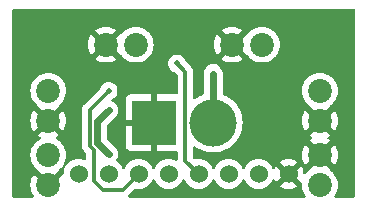
<source format=gbr>
%TF.GenerationSoftware,KiCad,Pcbnew,8.0.4*%
%TF.CreationDate,2024-10-21T10:59:18-07:00*%
%TF.ProjectId,adapter,61646170-7465-4722-9e6b-696361645f70,rev?*%
%TF.SameCoordinates,Original*%
%TF.FileFunction,Copper,L1,Top*%
%TF.FilePolarity,Positive*%
%FSLAX46Y46*%
G04 Gerber Fmt 4.6, Leading zero omitted, Abs format (unit mm)*
G04 Created by KiCad (PCBNEW 8.0.4) date 2024-10-21 10:59:18*
%MOMM*%
%LPD*%
G01*
G04 APERTURE LIST*
%TA.AperFunction,ComponentPad*%
%ADD10C,2.020000*%
%TD*%
%TA.AperFunction,ComponentPad*%
%ADD11R,3.800000X3.800000*%
%TD*%
%TA.AperFunction,ComponentPad*%
%ADD12C,4.000000*%
%TD*%
%TA.AperFunction,ComponentPad*%
%ADD13C,1.524000*%
%TD*%
%TA.AperFunction,ViaPad*%
%ADD14C,0.500000*%
%TD*%
%TA.AperFunction,Conductor*%
%ADD15C,0.300000*%
%TD*%
%TA.AperFunction,Conductor*%
%ADD16C,0.600000*%
%TD*%
G04 APERTURE END LIST*
D10*
%TO.P,J5,1*%
%TO.N,Data3*%
X84900000Y-81150000D03*
%TO.P,J5,2*%
%TO.N,GND*%
X82360000Y-81150000D03*
%TD*%
%TO.P,J3,1*%
%TO.N,Data1*%
X77500000Y-85050000D03*
%TO.P,J3,2*%
%TO.N,GND*%
X77500000Y-87590000D03*
%TD*%
%TO.P,J7,1*%
%TO.N,Data5*%
X100500000Y-93040000D03*
%TO.P,J7,2*%
%TO.N,GND*%
X100500000Y-90500000D03*
%TD*%
D11*
%TO.P,J8,1,1*%
%TO.N,GND*%
X86450000Y-87750000D03*
D12*
%TO.P,J8,2,2*%
%TO.N,+3.3V*%
X91450000Y-87750000D03*
%TD*%
D10*
%TO.P,J6,1*%
%TO.N,Data4*%
X100500000Y-85060000D03*
%TO.P,J6,2*%
%TO.N,GND*%
X100500000Y-87600000D03*
%TD*%
D13*
%TO.P,J1,1,1*%
%TO.N,+3.3V*%
X80060000Y-92100000D03*
%TO.P,J1,2,2*%
%TO.N,Data0*%
X82600000Y-92100000D03*
%TO.P,J1,3,3*%
%TO.N,Data1*%
X85140000Y-92100000D03*
%TO.P,J1,4,4*%
%TO.N,Data2*%
X87680000Y-92100000D03*
%TO.P,J1,5,5*%
%TO.N,Data3*%
X90220000Y-92100000D03*
%TO.P,J1,6,6*%
%TO.N,Data4*%
X92760000Y-92100000D03*
%TO.P,J1,7,7*%
%TO.N,Data5*%
X95300000Y-92100000D03*
%TO.P,J1,8,8*%
%TO.N,GND*%
X97840000Y-92100000D03*
%TD*%
D10*
%TO.P,J4,1*%
%TO.N,Data2*%
X95590000Y-81150000D03*
%TO.P,J4,2*%
%TO.N,GND*%
X93050000Y-81150000D03*
%TD*%
%TO.P,J2,1*%
%TO.N,Data0*%
X77500000Y-90500000D03*
%TO.P,J2,2*%
%TO.N,GND*%
X77500000Y-93040000D03*
%TD*%
D14*
%TO.N,Data1*%
X82600000Y-85050000D03*
%TO.N,Data3*%
X88400000Y-82750000D03*
%TO.N,+3.3V*%
X82600000Y-90400000D03*
X82600000Y-86700000D03*
X91450000Y-83600000D03*
%TD*%
D15*
%TO.N,Data1*%
X81000000Y-86650000D02*
X81000000Y-89719239D01*
X81350000Y-92700000D02*
X82100000Y-93450000D01*
X82100000Y-93450000D02*
X83790000Y-93450000D01*
X81350000Y-90069239D02*
X81350000Y-92700000D01*
X83790000Y-93450000D02*
X85140000Y-92100000D01*
X81000000Y-89719239D02*
X81350000Y-90069239D01*
X82600000Y-85050000D02*
X81000000Y-86650000D01*
%TO.N,Data3*%
X88400000Y-82750000D02*
X89100000Y-83450000D01*
X89100000Y-83450000D02*
X89100000Y-90980000D01*
X89100000Y-90980000D02*
X90220000Y-92100000D01*
D16*
%TO.N,+3.3V*%
X81650000Y-89450000D02*
X82600000Y-90400000D01*
X91450000Y-83600000D02*
X91450000Y-87750000D01*
X82600000Y-86700000D02*
X81650000Y-87650000D01*
X81650000Y-87650000D02*
X81650000Y-89450000D01*
%TD*%
%TA.AperFunction,Conductor*%
%TO.N,GND*%
G36*
X103392539Y-78120185D02*
G01*
X103438294Y-78172989D01*
X103449500Y-78224500D01*
X103449500Y-93975500D01*
X103429815Y-94042539D01*
X103377011Y-94088294D01*
X103325500Y-94099500D01*
X101843712Y-94099500D01*
X101776673Y-94079815D01*
X101730918Y-94027011D01*
X101720974Y-93957853D01*
X101737985Y-93910710D01*
X101850027Y-93727873D01*
X101850123Y-93727641D01*
X101941013Y-93508214D01*
X101996517Y-93277025D01*
X102015171Y-93040000D01*
X101996517Y-92802975D01*
X101941013Y-92571786D01*
X101850126Y-92352366D01*
X101850027Y-92352126D01*
X101725800Y-92149407D01*
X101725797Y-92149402D01*
X101646023Y-92055999D01*
X101571388Y-91968612D01*
X101495212Y-91903552D01*
X101421537Y-91840627D01*
X101383344Y-91782120D01*
X101378998Y-91732551D01*
X100637575Y-90991127D01*
X100696853Y-90975245D01*
X100813147Y-90908102D01*
X100908102Y-90813147D01*
X100975245Y-90696853D01*
X100991128Y-90637575D01*
X101732406Y-91378853D01*
X101849580Y-91187644D01*
X101849582Y-91187641D01*
X101940537Y-90968055D01*
X101996021Y-90736943D01*
X102014668Y-90500000D01*
X101996021Y-90263056D01*
X101940537Y-90031944D01*
X101849582Y-89812358D01*
X101849580Y-89812355D01*
X101732406Y-89621145D01*
X100991127Y-90362423D01*
X100975245Y-90303147D01*
X100908102Y-90186853D01*
X100813147Y-90091898D01*
X100696853Y-90024755D01*
X100637574Y-90008871D01*
X101378853Y-89267592D01*
X101196305Y-89155726D01*
X101149430Y-89103914D01*
X101138007Y-89034985D01*
X101165664Y-88970822D01*
X101196305Y-88944271D01*
X101378852Y-88832405D01*
X100637575Y-88091127D01*
X100696853Y-88075245D01*
X100813147Y-88008102D01*
X100908102Y-87913147D01*
X100975245Y-87796853D01*
X100991128Y-87737575D01*
X101732406Y-88478853D01*
X101849580Y-88287644D01*
X101849582Y-88287641D01*
X101940537Y-88068055D01*
X101996021Y-87836943D01*
X102014668Y-87600000D01*
X101996021Y-87363056D01*
X101940537Y-87131944D01*
X101849582Y-86912358D01*
X101849580Y-86912355D01*
X101732406Y-86721145D01*
X100991127Y-87462423D01*
X100975245Y-87403147D01*
X100908102Y-87286853D01*
X100813147Y-87191898D01*
X100696853Y-87124755D01*
X100637574Y-87108871D01*
X101379075Y-86367370D01*
X101390596Y-86299349D01*
X101421534Y-86259373D01*
X101571388Y-86131388D01*
X101725799Y-85950595D01*
X101850027Y-85747873D01*
X101941013Y-85528214D01*
X101996517Y-85297025D01*
X102015171Y-85060000D01*
X101996517Y-84822975D01*
X101941013Y-84591786D01*
X101850027Y-84372127D01*
X101850027Y-84372126D01*
X101725800Y-84169407D01*
X101725797Y-84169402D01*
X101670226Y-84104337D01*
X101571388Y-83988612D01*
X101472548Y-83904195D01*
X101390597Y-83834202D01*
X101390592Y-83834199D01*
X101187873Y-83709972D01*
X100968216Y-83618988D01*
X100968214Y-83618987D01*
X100737025Y-83563483D01*
X100737023Y-83563482D01*
X100737020Y-83563482D01*
X100500000Y-83544829D01*
X100262979Y-83563482D01*
X100262975Y-83563483D01*
X100031786Y-83618987D01*
X100031784Y-83618987D01*
X100031783Y-83618988D01*
X99812126Y-83709972D01*
X99609407Y-83834199D01*
X99609402Y-83834202D01*
X99428612Y-83988612D01*
X99274202Y-84169402D01*
X99274199Y-84169407D01*
X99149972Y-84372126D01*
X99058988Y-84591783D01*
X99003482Y-84822979D01*
X98984829Y-85060000D01*
X99003482Y-85297020D01*
X99003482Y-85297023D01*
X99003483Y-85297025D01*
X99058987Y-85528214D01*
X99058988Y-85528216D01*
X99149972Y-85747873D01*
X99274199Y-85950592D01*
X99274202Y-85950597D01*
X99308370Y-85990602D01*
X99428612Y-86131388D01*
X99496895Y-86189707D01*
X99578461Y-86259371D01*
X99616654Y-86317878D01*
X99621000Y-86367447D01*
X100362425Y-87108871D01*
X100303147Y-87124755D01*
X100186853Y-87191898D01*
X100091898Y-87286853D01*
X100024755Y-87403147D01*
X100008871Y-87462424D01*
X99267592Y-86721145D01*
X99150419Y-86912357D01*
X99150414Y-86912366D01*
X99059462Y-87131944D01*
X99003978Y-87363056D01*
X98985331Y-87600000D01*
X99003978Y-87836943D01*
X99059462Y-88068055D01*
X99150417Y-88287641D01*
X99150419Y-88287644D01*
X99267592Y-88478853D01*
X100008871Y-87737574D01*
X100024755Y-87796853D01*
X100091898Y-87913147D01*
X100186853Y-88008102D01*
X100303147Y-88075245D01*
X100362424Y-88091128D01*
X99621145Y-88832406D01*
X99803694Y-88944273D01*
X99850569Y-88996085D01*
X99861992Y-89065014D01*
X99834335Y-89129177D01*
X99803694Y-89155728D01*
X99621146Y-89267593D01*
X100362425Y-90008871D01*
X100303147Y-90024755D01*
X100186853Y-90091898D01*
X100091898Y-90186853D01*
X100024755Y-90303147D01*
X100008871Y-90362424D01*
X99267592Y-89621145D01*
X99150419Y-89812357D01*
X99150414Y-89812366D01*
X99059462Y-90031944D01*
X99003978Y-90263056D01*
X98985331Y-90500000D01*
X99003978Y-90736943D01*
X99059462Y-90968055D01*
X99150417Y-91187641D01*
X99150419Y-91187644D01*
X99267592Y-91378853D01*
X100008871Y-90637574D01*
X100024755Y-90696853D01*
X100091898Y-90813147D01*
X100186853Y-90908102D01*
X100303147Y-90975245D01*
X100362424Y-90991128D01*
X99620923Y-91732628D01*
X99609401Y-91800653D01*
X99578461Y-91840629D01*
X99428612Y-91968612D01*
X99318339Y-92097724D01*
X99259832Y-92135917D01*
X99189964Y-92136415D01*
X99130918Y-92099061D01*
X99101440Y-92035714D01*
X99100521Y-92027999D01*
X99087575Y-91880024D01*
X99087573Y-91880013D01*
X99030424Y-91666729D01*
X99030420Y-91666720D01*
X98937096Y-91466586D01*
X98891741Y-91401811D01*
X98891740Y-91401810D01*
X98288016Y-92005535D01*
X98266042Y-91923527D01*
X98205851Y-91819273D01*
X98120727Y-91734149D01*
X98016473Y-91673958D01*
X97934464Y-91651983D01*
X98538188Y-91048259D01*
X98538187Y-91048258D01*
X98473411Y-91002901D01*
X98473405Y-91002898D01*
X98273284Y-90909580D01*
X98273270Y-90909575D01*
X98059986Y-90852426D01*
X98059976Y-90852424D01*
X97840001Y-90833179D01*
X97839999Y-90833179D01*
X97620023Y-90852424D01*
X97620013Y-90852426D01*
X97406729Y-90909575D01*
X97406720Y-90909579D01*
X97206590Y-91002901D01*
X97141811Y-91048258D01*
X97745536Y-91651983D01*
X97663527Y-91673958D01*
X97559273Y-91734149D01*
X97474149Y-91819273D01*
X97413958Y-91923527D01*
X97391983Y-92005536D01*
X96788258Y-91401811D01*
X96742901Y-91466590D01*
X96682658Y-91595781D01*
X96636485Y-91648220D01*
X96569292Y-91667372D01*
X96502411Y-91647156D01*
X96457894Y-91595781D01*
X96419091Y-91512568D01*
X96397534Y-91466339D01*
X96270826Y-91285380D01*
X96114620Y-91129174D01*
X96114616Y-91129171D01*
X96114615Y-91129170D01*
X95933666Y-91002468D01*
X95933662Y-91002466D01*
X95795855Y-90938206D01*
X95733450Y-90909106D01*
X95733447Y-90909105D01*
X95733445Y-90909104D01*
X95520070Y-90851930D01*
X95520062Y-90851929D01*
X95300002Y-90832677D01*
X95299998Y-90832677D01*
X95079937Y-90851929D01*
X95079929Y-90851930D01*
X94866554Y-90909104D01*
X94866548Y-90909107D01*
X94666340Y-91002465D01*
X94666338Y-91002466D01*
X94485377Y-91129175D01*
X94329175Y-91285377D01*
X94202466Y-91466338D01*
X94202465Y-91466340D01*
X94142382Y-91595189D01*
X94096209Y-91647628D01*
X94029016Y-91666780D01*
X93962135Y-91646564D01*
X93917618Y-91595189D01*
X93879091Y-91512568D01*
X93857534Y-91466339D01*
X93730826Y-91285380D01*
X93574620Y-91129174D01*
X93574616Y-91129171D01*
X93574615Y-91129170D01*
X93393666Y-91002468D01*
X93393662Y-91002466D01*
X93255855Y-90938206D01*
X93193450Y-90909106D01*
X93193447Y-90909105D01*
X93193445Y-90909104D01*
X92980070Y-90851930D01*
X92980062Y-90851929D01*
X92760002Y-90832677D01*
X92759998Y-90832677D01*
X92539937Y-90851929D01*
X92539929Y-90851930D01*
X92326554Y-90909104D01*
X92326548Y-90909107D01*
X92126340Y-91002465D01*
X92126338Y-91002466D01*
X91945377Y-91129175D01*
X91789175Y-91285377D01*
X91662466Y-91466338D01*
X91662465Y-91466340D01*
X91602382Y-91595189D01*
X91556209Y-91647628D01*
X91489016Y-91666780D01*
X91422135Y-91646564D01*
X91377618Y-91595189D01*
X91339091Y-91512568D01*
X91317534Y-91466339D01*
X91190826Y-91285380D01*
X91034620Y-91129174D01*
X91034616Y-91129171D01*
X91034615Y-91129170D01*
X90853666Y-91002468D01*
X90853662Y-91002466D01*
X90715855Y-90938206D01*
X90653450Y-90909106D01*
X90653447Y-90909105D01*
X90653445Y-90909104D01*
X90440070Y-90851930D01*
X90440062Y-90851929D01*
X90220002Y-90832677D01*
X90219998Y-90832677D01*
X90073288Y-90845512D01*
X89999932Y-90851930D01*
X89999931Y-90851930D01*
X89999923Y-90851931D01*
X89983857Y-90856236D01*
X89914007Y-90854570D01*
X89864088Y-90824141D01*
X89786819Y-90746872D01*
X89753334Y-90685549D01*
X89750500Y-90659191D01*
X89750500Y-89849393D01*
X89770185Y-89782354D01*
X89822989Y-89736599D01*
X89892147Y-89726655D01*
X89947385Y-89749075D01*
X90107504Y-89865408D01*
X90107509Y-89865410D01*
X90107516Y-89865416D01*
X90383234Y-90016994D01*
X90383239Y-90016996D01*
X90383241Y-90016997D01*
X90383242Y-90016998D01*
X90675771Y-90132818D01*
X90675774Y-90132819D01*
X90980523Y-90211065D01*
X90980527Y-90211066D01*
X91046010Y-90219338D01*
X91292670Y-90250499D01*
X91292679Y-90250499D01*
X91292682Y-90250500D01*
X91292684Y-90250500D01*
X91607316Y-90250500D01*
X91607318Y-90250500D01*
X91607321Y-90250499D01*
X91607329Y-90250499D01*
X91793593Y-90226968D01*
X91919473Y-90211066D01*
X92224225Y-90132819D01*
X92224228Y-90132818D01*
X92516757Y-90016998D01*
X92516758Y-90016997D01*
X92516756Y-90016997D01*
X92516766Y-90016994D01*
X92792484Y-89865416D01*
X93047030Y-89680478D01*
X93276390Y-89465094D01*
X93476947Y-89222663D01*
X93645537Y-88957007D01*
X93779503Y-88672315D01*
X93876731Y-88373079D01*
X93935688Y-88064015D01*
X93939206Y-88008102D01*
X93955444Y-87750005D01*
X93955444Y-87749994D01*
X93935689Y-87435995D01*
X93935688Y-87435988D01*
X93935688Y-87435985D01*
X93876731Y-87126921D01*
X93779503Y-86827685D01*
X93645537Y-86542993D01*
X93575887Y-86433242D01*
X93476948Y-86277338D01*
X93476945Y-86277334D01*
X93276393Y-86034909D01*
X93276391Y-86034907D01*
X93201024Y-85964132D01*
X93047030Y-85819522D01*
X93047027Y-85819520D01*
X93047021Y-85819515D01*
X92792495Y-85634591D01*
X92792488Y-85634586D01*
X92792484Y-85634584D01*
X92516766Y-85483006D01*
X92516764Y-85483005D01*
X92516760Y-85483003D01*
X92328852Y-85408604D01*
X92273767Y-85365623D01*
X92250664Y-85299683D01*
X92250500Y-85293312D01*
X92250500Y-83521155D01*
X92250499Y-83521153D01*
X92219738Y-83366510D01*
X92219737Y-83366503D01*
X92219735Y-83366498D01*
X92159397Y-83220827D01*
X92159390Y-83220814D01*
X92071789Y-83089711D01*
X92071786Y-83089707D01*
X91960292Y-82978213D01*
X91960288Y-82978210D01*
X91829185Y-82890609D01*
X91829172Y-82890602D01*
X91683501Y-82830264D01*
X91683489Y-82830261D01*
X91528845Y-82799500D01*
X91528842Y-82799500D01*
X91371158Y-82799500D01*
X91371155Y-82799500D01*
X91216510Y-82830261D01*
X91216498Y-82830264D01*
X91070827Y-82890602D01*
X91070814Y-82890609D01*
X90939711Y-82978210D01*
X90939707Y-82978213D01*
X90828213Y-83089707D01*
X90828210Y-83089711D01*
X90740609Y-83220814D01*
X90740602Y-83220827D01*
X90680264Y-83366498D01*
X90680261Y-83366510D01*
X90649500Y-83521153D01*
X90649500Y-85293312D01*
X90629815Y-85360351D01*
X90577011Y-85406106D01*
X90571148Y-85408604D01*
X90383239Y-85483003D01*
X90107516Y-85634584D01*
X90107504Y-85634591D01*
X89947385Y-85750924D01*
X89881578Y-85774404D01*
X89813525Y-85758578D01*
X89764830Y-85708472D01*
X89750500Y-85650606D01*
X89750500Y-83385928D01*
X89725502Y-83260261D01*
X89725501Y-83260260D01*
X89725501Y-83260256D01*
X89676465Y-83141873D01*
X89641612Y-83089711D01*
X89641612Y-83089710D01*
X89605279Y-83035334D01*
X89605273Y-83035326D01*
X89147943Y-82577997D01*
X89118582Y-82531270D01*
X89107493Y-82499580D01*
X89080456Y-82422310D01*
X89080455Y-82422307D01*
X89080452Y-82422302D01*
X88990481Y-82279115D01*
X88990476Y-82279109D01*
X88870890Y-82159523D01*
X88870884Y-82159518D01*
X88727697Y-82069547D01*
X88727694Y-82069545D01*
X88568056Y-82013685D01*
X88400003Y-81994751D01*
X88399997Y-81994751D01*
X88231943Y-82013685D01*
X88072305Y-82069545D01*
X88072302Y-82069547D01*
X87929115Y-82159518D01*
X87929109Y-82159523D01*
X87809523Y-82279109D01*
X87809518Y-82279115D01*
X87719547Y-82422302D01*
X87719545Y-82422305D01*
X87663685Y-82581943D01*
X87644751Y-82749997D01*
X87644751Y-82750002D01*
X87663685Y-82918056D01*
X87719545Y-83077694D01*
X87719547Y-83077697D01*
X87809518Y-83220884D01*
X87809523Y-83220890D01*
X87929109Y-83340476D01*
X87929115Y-83340481D01*
X88072302Y-83430452D01*
X88072307Y-83430455D01*
X88072310Y-83430456D01*
X88181271Y-83468582D01*
X88227997Y-83497943D01*
X88413181Y-83683127D01*
X88446666Y-83744450D01*
X88449500Y-83770808D01*
X88449500Y-85226000D01*
X88429815Y-85293039D01*
X88377011Y-85338794D01*
X88325500Y-85350000D01*
X86700000Y-85350000D01*
X86700000Y-86422768D01*
X86556247Y-86400000D01*
X86343753Y-86400000D01*
X86200000Y-86422768D01*
X86200000Y-85350000D01*
X84502155Y-85350000D01*
X84442627Y-85356401D01*
X84442620Y-85356403D01*
X84307913Y-85406645D01*
X84307906Y-85406649D01*
X84192812Y-85492809D01*
X84192809Y-85492812D01*
X84106649Y-85607906D01*
X84106645Y-85607913D01*
X84056403Y-85742620D01*
X84056401Y-85742627D01*
X84050000Y-85802155D01*
X84050000Y-87500000D01*
X85122769Y-87500000D01*
X85100000Y-87643753D01*
X85100000Y-87856247D01*
X85122769Y-88000000D01*
X84050000Y-88000000D01*
X84050000Y-89697844D01*
X84056401Y-89757372D01*
X84056403Y-89757379D01*
X84106645Y-89892086D01*
X84106649Y-89892093D01*
X84192809Y-90007187D01*
X84192812Y-90007190D01*
X84307906Y-90093350D01*
X84307913Y-90093354D01*
X84442620Y-90143596D01*
X84442627Y-90143598D01*
X84502155Y-90149999D01*
X84502172Y-90150000D01*
X86200000Y-90150000D01*
X86200000Y-89077231D01*
X86343753Y-89100000D01*
X86556247Y-89100000D01*
X86700000Y-89077231D01*
X86700000Y-90150000D01*
X88325500Y-90150000D01*
X88392539Y-90169685D01*
X88438294Y-90222489D01*
X88449500Y-90274000D01*
X88449500Y-90871167D01*
X88429815Y-90938206D01*
X88377011Y-90983961D01*
X88307853Y-90993905D01*
X88273096Y-90983549D01*
X88113456Y-90909108D01*
X88113445Y-90909104D01*
X87900070Y-90851930D01*
X87900062Y-90851929D01*
X87680002Y-90832677D01*
X87679998Y-90832677D01*
X87459937Y-90851929D01*
X87459929Y-90851930D01*
X87246554Y-90909104D01*
X87246548Y-90909107D01*
X87046340Y-91002465D01*
X87046338Y-91002466D01*
X86865377Y-91129175D01*
X86709175Y-91285377D01*
X86582466Y-91466338D01*
X86582465Y-91466340D01*
X86522382Y-91595189D01*
X86476209Y-91647628D01*
X86409016Y-91666780D01*
X86342135Y-91646564D01*
X86297618Y-91595189D01*
X86259091Y-91512568D01*
X86237534Y-91466339D01*
X86110826Y-91285380D01*
X85954620Y-91129174D01*
X85954616Y-91129171D01*
X85954615Y-91129170D01*
X85773666Y-91002468D01*
X85773662Y-91002466D01*
X85635855Y-90938206D01*
X85573450Y-90909106D01*
X85573447Y-90909105D01*
X85573445Y-90909104D01*
X85360070Y-90851930D01*
X85360062Y-90851929D01*
X85140002Y-90832677D01*
X85139998Y-90832677D01*
X84919937Y-90851929D01*
X84919929Y-90851930D01*
X84706554Y-90909104D01*
X84706548Y-90909107D01*
X84506340Y-91002465D01*
X84506338Y-91002466D01*
X84325377Y-91129175D01*
X84169175Y-91285377D01*
X84042466Y-91466338D01*
X84042465Y-91466340D01*
X83982382Y-91595189D01*
X83936209Y-91647628D01*
X83869016Y-91666780D01*
X83802135Y-91646564D01*
X83757618Y-91595189D01*
X83719091Y-91512568D01*
X83697534Y-91466339D01*
X83570826Y-91285380D01*
X83414620Y-91129174D01*
X83282995Y-91037009D01*
X83239372Y-90982433D01*
X83232179Y-90912934D01*
X83251016Y-90866547D01*
X83309394Y-90779179D01*
X83369737Y-90633497D01*
X83400500Y-90478842D01*
X83400500Y-90321158D01*
X83400500Y-90321155D01*
X83400499Y-90321153D01*
X83388927Y-90262979D01*
X83369737Y-90166503D01*
X83356238Y-90133913D01*
X83309397Y-90020827D01*
X83309390Y-90020814D01*
X83221789Y-89889711D01*
X83221786Y-89889707D01*
X82486819Y-89154740D01*
X82453334Y-89093417D01*
X82450500Y-89067059D01*
X82450500Y-88032940D01*
X82470185Y-87965901D01*
X82486819Y-87945259D01*
X83221786Y-87210292D01*
X83221789Y-87210289D01*
X83309394Y-87079179D01*
X83369737Y-86933497D01*
X83400500Y-86778842D01*
X83400500Y-86621158D01*
X83400500Y-86621155D01*
X83400499Y-86621153D01*
X83393492Y-86585928D01*
X83369737Y-86466503D01*
X83369735Y-86466498D01*
X83309397Y-86320827D01*
X83309390Y-86320814D01*
X83221789Y-86189711D01*
X83221786Y-86189707D01*
X83110292Y-86078213D01*
X83110288Y-86078210D01*
X82979185Y-85990609D01*
X82979172Y-85990602D01*
X82915266Y-85964132D01*
X82860862Y-85920291D01*
X82838797Y-85853997D01*
X82856076Y-85786298D01*
X82907213Y-85738687D01*
X82921768Y-85732528D01*
X82927690Y-85730456D01*
X82927693Y-85730453D01*
X82927697Y-85730452D01*
X83070884Y-85640481D01*
X83070885Y-85640480D01*
X83070890Y-85640477D01*
X83190477Y-85520890D01*
X83192157Y-85518216D01*
X83280452Y-85377697D01*
X83280454Y-85377694D01*
X83280454Y-85377692D01*
X83280456Y-85377690D01*
X83336313Y-85218059D01*
X83336313Y-85218058D01*
X83336314Y-85218056D01*
X83355249Y-85050002D01*
X83355249Y-85049997D01*
X83336314Y-84881943D01*
X83280454Y-84722305D01*
X83280452Y-84722302D01*
X83190481Y-84579115D01*
X83190476Y-84579109D01*
X83070890Y-84459523D01*
X83070884Y-84459518D01*
X82927697Y-84369547D01*
X82927694Y-84369545D01*
X82768056Y-84313685D01*
X82600003Y-84294751D01*
X82599997Y-84294751D01*
X82431943Y-84313685D01*
X82272305Y-84369545D01*
X82272302Y-84369547D01*
X82129115Y-84459518D01*
X82129109Y-84459523D01*
X82009523Y-84579109D01*
X82009518Y-84579115D01*
X81919548Y-84722300D01*
X81919544Y-84722308D01*
X81881416Y-84831271D01*
X81852056Y-84877996D01*
X80494724Y-86235328D01*
X80461001Y-86285798D01*
X80461002Y-86285799D01*
X80423534Y-86341874D01*
X80374499Y-86460255D01*
X80374497Y-86460261D01*
X80349500Y-86585928D01*
X80349500Y-86585931D01*
X80349500Y-89783308D01*
X80349500Y-89783310D01*
X80349499Y-89783310D01*
X80374497Y-89908977D01*
X80374499Y-89908983D01*
X80415176Y-90007187D01*
X80423535Y-90027366D01*
X80494723Y-90133908D01*
X80494726Y-90133912D01*
X80494727Y-90133913D01*
X80663181Y-90302366D01*
X80696666Y-90363689D01*
X80699500Y-90390047D01*
X80699500Y-90810547D01*
X80679815Y-90877586D01*
X80627011Y-90923341D01*
X80557853Y-90933285D01*
X80523098Y-90922930D01*
X80493457Y-90909108D01*
X80493445Y-90909104D01*
X80280070Y-90851930D01*
X80280062Y-90851929D01*
X80060002Y-90832677D01*
X80059998Y-90832677D01*
X79839937Y-90851929D01*
X79839929Y-90851930D01*
X79626554Y-90909104D01*
X79626548Y-90909107D01*
X79426340Y-91002465D01*
X79426338Y-91002466D01*
X79245377Y-91129175D01*
X79089175Y-91285377D01*
X79022606Y-91380449D01*
X78968029Y-91424074D01*
X78946070Y-91426347D01*
X78949300Y-91432065D01*
X78945319Y-91501821D01*
X78940908Y-91512568D01*
X78869108Y-91666543D01*
X78869104Y-91666554D01*
X78811930Y-91879929D01*
X78811929Y-91879936D01*
X78796526Y-92055999D01*
X78771073Y-92121067D01*
X78760679Y-92132872D01*
X77991127Y-92902423D01*
X77975245Y-92843147D01*
X77908102Y-92726853D01*
X77813147Y-92631898D01*
X77696853Y-92564755D01*
X77637574Y-92548871D01*
X78379075Y-91807370D01*
X78390596Y-91739349D01*
X78421534Y-91699373D01*
X78571388Y-91571388D01*
X78725799Y-91390595D01*
X78725801Y-91390590D01*
X78728200Y-91387290D01*
X78783525Y-91344618D01*
X78802787Y-91342961D01*
X78800762Y-91339516D01*
X78803533Y-91269701D01*
X78815304Y-91244536D01*
X78850027Y-91187873D01*
X78850123Y-91187641D01*
X78941013Y-90968214D01*
X78996517Y-90737025D01*
X79015171Y-90500000D01*
X78996517Y-90262975D01*
X78941013Y-90031786D01*
X78850123Y-89812358D01*
X78850027Y-89812126D01*
X78725800Y-89609407D01*
X78725797Y-89609402D01*
X78602546Y-89465094D01*
X78571388Y-89428612D01*
X78472548Y-89344195D01*
X78390597Y-89274202D01*
X78390592Y-89274199D01*
X78188625Y-89150433D01*
X78141750Y-89098621D01*
X78130327Y-89029692D01*
X78157984Y-88965529D01*
X78188625Y-88938979D01*
X78378853Y-88822406D01*
X77637575Y-88081127D01*
X77696853Y-88065245D01*
X77813147Y-87998102D01*
X77908102Y-87903147D01*
X77975245Y-87786853D01*
X77991128Y-87727575D01*
X78732406Y-88468853D01*
X78849580Y-88277644D01*
X78849582Y-88277641D01*
X78940537Y-88058055D01*
X78996021Y-87826943D01*
X79014668Y-87590000D01*
X78996021Y-87353056D01*
X78940537Y-87121944D01*
X78849582Y-86902358D01*
X78849580Y-86902355D01*
X78732406Y-86711145D01*
X77991127Y-87452423D01*
X77975245Y-87393147D01*
X77908102Y-87276853D01*
X77813147Y-87181898D01*
X77696853Y-87114755D01*
X77637574Y-87098871D01*
X78379075Y-86357370D01*
X78390596Y-86289349D01*
X78421534Y-86249373D01*
X78571388Y-86121388D01*
X78725799Y-85940595D01*
X78850027Y-85737873D01*
X78941013Y-85518214D01*
X78996517Y-85287025D01*
X79015171Y-85050000D01*
X78996517Y-84812975D01*
X78941013Y-84581786D01*
X78882194Y-84439786D01*
X78850027Y-84362126D01*
X78725800Y-84159407D01*
X78725797Y-84159402D01*
X78670226Y-84094337D01*
X78571388Y-83978612D01*
X78402304Y-83834201D01*
X78390597Y-83824202D01*
X78390592Y-83824199D01*
X78187873Y-83699972D01*
X77968216Y-83608988D01*
X77968214Y-83608987D01*
X77737025Y-83553483D01*
X77737023Y-83553482D01*
X77737020Y-83553482D01*
X77500000Y-83534829D01*
X77262979Y-83553482D01*
X77262975Y-83553483D01*
X77031786Y-83608987D01*
X77031784Y-83608987D01*
X77031783Y-83608988D01*
X76812126Y-83699972D01*
X76609407Y-83824199D01*
X76609402Y-83824202D01*
X76428612Y-83978612D01*
X76274202Y-84159402D01*
X76274199Y-84159407D01*
X76149972Y-84362126D01*
X76058988Y-84581783D01*
X76003482Y-84812979D01*
X75984829Y-85050000D01*
X76003482Y-85287020D01*
X76003482Y-85287023D01*
X76003483Y-85287025D01*
X76058987Y-85518214D01*
X76063129Y-85528214D01*
X76149972Y-85737873D01*
X76274199Y-85940592D01*
X76274202Y-85940597D01*
X76344195Y-86022548D01*
X76428612Y-86121388D01*
X76526284Y-86204807D01*
X76578461Y-86249371D01*
X76616654Y-86307878D01*
X76621000Y-86357447D01*
X77362425Y-87098871D01*
X77303147Y-87114755D01*
X77186853Y-87181898D01*
X77091898Y-87276853D01*
X77024755Y-87393147D01*
X77008871Y-87452424D01*
X76267592Y-86711145D01*
X76150419Y-86902357D01*
X76150414Y-86902366D01*
X76059462Y-87121944D01*
X76003978Y-87353056D01*
X75985331Y-87590000D01*
X76003978Y-87826943D01*
X76059462Y-88058055D01*
X76150417Y-88277641D01*
X76150419Y-88277644D01*
X76267592Y-88468853D01*
X77008871Y-87727574D01*
X77024755Y-87786853D01*
X77091898Y-87903147D01*
X77186853Y-87998102D01*
X77303147Y-88065245D01*
X77362424Y-88081128D01*
X76621145Y-88822406D01*
X76811374Y-88938979D01*
X76858249Y-88990791D01*
X76869672Y-89059720D01*
X76842015Y-89123883D01*
X76811374Y-89150433D01*
X76609407Y-89274198D01*
X76609402Y-89274202D01*
X76428612Y-89428612D01*
X76274202Y-89609402D01*
X76274199Y-89609407D01*
X76149972Y-89812126D01*
X76060818Y-90027366D01*
X76058987Y-90031786D01*
X76034469Y-90133912D01*
X76003482Y-90262979D01*
X75984829Y-90500000D01*
X76003482Y-90737020D01*
X76003482Y-90737023D01*
X76003483Y-90737025D01*
X76058987Y-90968214D01*
X76058988Y-90968216D01*
X76149972Y-91187873D01*
X76274199Y-91390592D01*
X76274202Y-91390597D01*
X76344195Y-91472548D01*
X76428612Y-91571388D01*
X76517878Y-91647628D01*
X76578461Y-91699371D01*
X76616654Y-91757878D01*
X76621000Y-91807447D01*
X77362425Y-92548871D01*
X77303147Y-92564755D01*
X77186853Y-92631898D01*
X77091898Y-92726853D01*
X77024755Y-92843147D01*
X77008871Y-92902424D01*
X76267592Y-92161145D01*
X76150419Y-92352357D01*
X76150414Y-92352366D01*
X76059462Y-92571944D01*
X76003978Y-92803056D01*
X75985331Y-93040000D01*
X76003978Y-93276943D01*
X76059462Y-93508055D01*
X76150417Y-93727641D01*
X76150419Y-93727644D01*
X76262602Y-93910710D01*
X76280847Y-93978156D01*
X76259731Y-94044758D01*
X76205959Y-94089372D01*
X76156875Y-94099500D01*
X74574500Y-94099500D01*
X74507461Y-94079815D01*
X74461706Y-94027011D01*
X74450500Y-93975500D01*
X74450500Y-81150000D01*
X80845331Y-81150000D01*
X80863978Y-81386943D01*
X80919462Y-81618055D01*
X81010417Y-81837641D01*
X81010419Y-81837644D01*
X81127592Y-82028853D01*
X81868871Y-81287574D01*
X81884755Y-81346853D01*
X81951898Y-81463147D01*
X82046853Y-81558102D01*
X82163147Y-81625245D01*
X82222424Y-81641128D01*
X81481145Y-82382406D01*
X81672355Y-82499580D01*
X81672358Y-82499582D01*
X81891944Y-82590537D01*
X82123057Y-82646021D01*
X82123056Y-82646021D01*
X82360000Y-82664668D01*
X82596943Y-82646021D01*
X82828055Y-82590537D01*
X83047641Y-82499582D01*
X83047644Y-82499580D01*
X83238853Y-82382406D01*
X82497575Y-81641127D01*
X82556853Y-81625245D01*
X82673147Y-81558102D01*
X82768102Y-81463147D01*
X82835245Y-81346853D01*
X82851128Y-81287575D01*
X83592629Y-82029076D01*
X83660649Y-82040596D01*
X83700627Y-82071537D01*
X83763552Y-82145212D01*
X83828612Y-82221388D01*
X83896202Y-82279115D01*
X84009402Y-82375797D01*
X84009407Y-82375800D01*
X84212126Y-82500027D01*
X84287554Y-82531270D01*
X84431786Y-82591013D01*
X84662975Y-82646517D01*
X84900000Y-82665171D01*
X85137025Y-82646517D01*
X85368214Y-82591013D01*
X85587873Y-82500027D01*
X85790595Y-82375799D01*
X85971388Y-82221388D01*
X86077101Y-82097612D01*
X86125799Y-82040596D01*
X86125799Y-82040594D01*
X86250027Y-81837873D01*
X86341013Y-81618214D01*
X86396517Y-81387025D01*
X86415171Y-81150000D01*
X91535331Y-81150000D01*
X91553978Y-81386943D01*
X91609462Y-81618055D01*
X91700417Y-81837641D01*
X91700419Y-81837644D01*
X91817592Y-82028853D01*
X92558871Y-81287574D01*
X92574755Y-81346853D01*
X92641898Y-81463147D01*
X92736853Y-81558102D01*
X92853147Y-81625245D01*
X92912424Y-81641128D01*
X92171145Y-82382406D01*
X92362355Y-82499580D01*
X92362358Y-82499582D01*
X92581944Y-82590537D01*
X92813057Y-82646021D01*
X92813056Y-82646021D01*
X93050000Y-82664668D01*
X93286943Y-82646021D01*
X93518055Y-82590537D01*
X93737641Y-82499582D01*
X93737644Y-82499580D01*
X93928853Y-82382406D01*
X93187575Y-81641127D01*
X93246853Y-81625245D01*
X93363147Y-81558102D01*
X93458102Y-81463147D01*
X93525245Y-81346853D01*
X93541128Y-81287575D01*
X94282629Y-82029076D01*
X94350649Y-82040596D01*
X94390627Y-82071537D01*
X94453552Y-82145212D01*
X94518612Y-82221388D01*
X94586202Y-82279115D01*
X94699402Y-82375797D01*
X94699407Y-82375800D01*
X94902126Y-82500027D01*
X94977554Y-82531270D01*
X95121786Y-82591013D01*
X95352975Y-82646517D01*
X95590000Y-82665171D01*
X95827025Y-82646517D01*
X96058214Y-82591013D01*
X96277873Y-82500027D01*
X96480595Y-82375799D01*
X96661388Y-82221388D01*
X96767101Y-82097612D01*
X96815799Y-82040596D01*
X96815799Y-82040594D01*
X96940027Y-81837873D01*
X97031013Y-81618214D01*
X97086517Y-81387025D01*
X97105171Y-81150000D01*
X97086517Y-80912975D01*
X97031013Y-80681786D01*
X96940126Y-80462366D01*
X96940027Y-80462126D01*
X96815800Y-80259407D01*
X96815797Y-80259402D01*
X96760226Y-80194337D01*
X96661388Y-80078612D01*
X96562548Y-79994195D01*
X96480597Y-79924202D01*
X96480592Y-79924199D01*
X96277873Y-79799972D01*
X96090383Y-79722312D01*
X96058214Y-79708987D01*
X95827025Y-79653483D01*
X95827023Y-79653482D01*
X95827020Y-79653482D01*
X95590000Y-79634829D01*
X95352979Y-79653482D01*
X95352975Y-79653483D01*
X95121786Y-79708987D01*
X95121784Y-79708987D01*
X95121783Y-79708988D01*
X94902126Y-79799972D01*
X94699407Y-79924199D01*
X94699402Y-79924202D01*
X94518612Y-80078612D01*
X94390629Y-80228461D01*
X94332122Y-80266654D01*
X94282550Y-80271001D01*
X93541127Y-81012423D01*
X93525245Y-80953147D01*
X93458102Y-80836853D01*
X93363147Y-80741898D01*
X93246853Y-80674755D01*
X93187574Y-80658871D01*
X93928853Y-79917592D01*
X93737644Y-79800419D01*
X93737641Y-79800417D01*
X93518055Y-79709462D01*
X93286942Y-79653978D01*
X93286943Y-79653978D01*
X93050000Y-79635331D01*
X92813056Y-79653978D01*
X92581944Y-79709462D01*
X92362366Y-79800414D01*
X92362357Y-79800419D01*
X92171145Y-79917592D01*
X92912425Y-80658871D01*
X92853147Y-80674755D01*
X92736853Y-80741898D01*
X92641898Y-80836853D01*
X92574755Y-80953147D01*
X92558871Y-81012424D01*
X91817592Y-80271145D01*
X91700419Y-80462357D01*
X91700414Y-80462366D01*
X91609462Y-80681944D01*
X91553978Y-80913056D01*
X91535331Y-81150000D01*
X86415171Y-81150000D01*
X86396517Y-80912975D01*
X86341013Y-80681786D01*
X86250126Y-80462366D01*
X86250027Y-80462126D01*
X86125800Y-80259407D01*
X86125797Y-80259402D01*
X86070226Y-80194337D01*
X85971388Y-80078612D01*
X85872548Y-79994195D01*
X85790597Y-79924202D01*
X85790592Y-79924199D01*
X85587873Y-79799972D01*
X85400383Y-79722312D01*
X85368214Y-79708987D01*
X85137025Y-79653483D01*
X85137023Y-79653482D01*
X85137020Y-79653482D01*
X84900000Y-79634829D01*
X84662979Y-79653482D01*
X84662975Y-79653483D01*
X84431786Y-79708987D01*
X84431784Y-79708987D01*
X84431783Y-79708988D01*
X84212126Y-79799972D01*
X84009407Y-79924199D01*
X84009402Y-79924202D01*
X83828612Y-80078612D01*
X83700629Y-80228461D01*
X83642122Y-80266654D01*
X83592550Y-80271001D01*
X82851127Y-81012423D01*
X82835245Y-80953147D01*
X82768102Y-80836853D01*
X82673147Y-80741898D01*
X82556853Y-80674755D01*
X82497574Y-80658871D01*
X83238853Y-79917592D01*
X83047644Y-79800419D01*
X83047641Y-79800417D01*
X82828055Y-79709462D01*
X82596942Y-79653978D01*
X82596943Y-79653978D01*
X82360000Y-79635331D01*
X82123056Y-79653978D01*
X81891944Y-79709462D01*
X81672366Y-79800414D01*
X81672357Y-79800419D01*
X81481145Y-79917592D01*
X82222425Y-80658871D01*
X82163147Y-80674755D01*
X82046853Y-80741898D01*
X81951898Y-80836853D01*
X81884755Y-80953147D01*
X81868871Y-81012424D01*
X81127592Y-80271145D01*
X81010419Y-80462357D01*
X81010414Y-80462366D01*
X80919462Y-80681944D01*
X80863978Y-80913056D01*
X80845331Y-81150000D01*
X74450500Y-81150000D01*
X74450500Y-78224500D01*
X74470185Y-78157461D01*
X74522989Y-78111706D01*
X74574500Y-78100500D01*
X103325500Y-78100500D01*
X103392539Y-78120185D01*
G37*
%TD.AperFunction*%
%TA.AperFunction,Conductor*%
G36*
X98903660Y-92810107D02*
G01*
X98927218Y-92814842D01*
X98977402Y-92863456D01*
X98993336Y-92931484D01*
X98993145Y-92934332D01*
X98984829Y-93039999D01*
X99003482Y-93277020D01*
X99003482Y-93277023D01*
X99003483Y-93277025D01*
X99058987Y-93508214D01*
X99058988Y-93508216D01*
X99149972Y-93727873D01*
X99262015Y-93910710D01*
X99280260Y-93978156D01*
X99259144Y-94044758D01*
X99205372Y-94089372D01*
X99156288Y-94099500D01*
X84359809Y-94099500D01*
X84292770Y-94079815D01*
X84247015Y-94027011D01*
X84237071Y-93957853D01*
X84266096Y-93894297D01*
X84272128Y-93887819D01*
X84651890Y-93508055D01*
X84784089Y-93375855D01*
X84845410Y-93342372D01*
X84903866Y-93343764D01*
X84919932Y-93348070D01*
X85097800Y-93363631D01*
X85139998Y-93367323D01*
X85140000Y-93367323D01*
X85140002Y-93367323D01*
X85195017Y-93362509D01*
X85360068Y-93348070D01*
X85573450Y-93290894D01*
X85773662Y-93197534D01*
X85954620Y-93070826D01*
X86110826Y-92914620D01*
X86237534Y-92733662D01*
X86297618Y-92604811D01*
X86343790Y-92552371D01*
X86410983Y-92533219D01*
X86477865Y-92553435D01*
X86522382Y-92604811D01*
X86582464Y-92733658D01*
X86582468Y-92733666D01*
X86709170Y-92914615D01*
X86709175Y-92914621D01*
X86865378Y-93070824D01*
X86865384Y-93070829D01*
X87046333Y-93197531D01*
X87046335Y-93197532D01*
X87046338Y-93197534D01*
X87246550Y-93290894D01*
X87459932Y-93348070D01*
X87617123Y-93361822D01*
X87679998Y-93367323D01*
X87680000Y-93367323D01*
X87680002Y-93367323D01*
X87735017Y-93362509D01*
X87900068Y-93348070D01*
X88113450Y-93290894D01*
X88313662Y-93197534D01*
X88494620Y-93070826D01*
X88650826Y-92914620D01*
X88777534Y-92733662D01*
X88837618Y-92604811D01*
X88883790Y-92552371D01*
X88950983Y-92533219D01*
X89017865Y-92553435D01*
X89062382Y-92604811D01*
X89122464Y-92733658D01*
X89122468Y-92733666D01*
X89249170Y-92914615D01*
X89249175Y-92914621D01*
X89405378Y-93070824D01*
X89405384Y-93070829D01*
X89586333Y-93197531D01*
X89586335Y-93197532D01*
X89586338Y-93197534D01*
X89786550Y-93290894D01*
X89999932Y-93348070D01*
X90157123Y-93361822D01*
X90219998Y-93367323D01*
X90220000Y-93367323D01*
X90220002Y-93367323D01*
X90275017Y-93362509D01*
X90440068Y-93348070D01*
X90653450Y-93290894D01*
X90853662Y-93197534D01*
X91034620Y-93070826D01*
X91190826Y-92914620D01*
X91317534Y-92733662D01*
X91377618Y-92604811D01*
X91423790Y-92552371D01*
X91490983Y-92533219D01*
X91557865Y-92553435D01*
X91602382Y-92604811D01*
X91662464Y-92733658D01*
X91662468Y-92733666D01*
X91789170Y-92914615D01*
X91789175Y-92914621D01*
X91945378Y-93070824D01*
X91945384Y-93070829D01*
X92126333Y-93197531D01*
X92126335Y-93197532D01*
X92126338Y-93197534D01*
X92326550Y-93290894D01*
X92539932Y-93348070D01*
X92697123Y-93361822D01*
X92759998Y-93367323D01*
X92760000Y-93367323D01*
X92760002Y-93367323D01*
X92815017Y-93362509D01*
X92980068Y-93348070D01*
X93193450Y-93290894D01*
X93393662Y-93197534D01*
X93574620Y-93070826D01*
X93730826Y-92914620D01*
X93857534Y-92733662D01*
X93917618Y-92604811D01*
X93963790Y-92552371D01*
X94030983Y-92533219D01*
X94097865Y-92553435D01*
X94142382Y-92604811D01*
X94202464Y-92733658D01*
X94202468Y-92733666D01*
X94329170Y-92914615D01*
X94329175Y-92914621D01*
X94485378Y-93070824D01*
X94485384Y-93070829D01*
X94666333Y-93197531D01*
X94666335Y-93197532D01*
X94666338Y-93197534D01*
X94866550Y-93290894D01*
X95079932Y-93348070D01*
X95237123Y-93361822D01*
X95299998Y-93367323D01*
X95300000Y-93367323D01*
X95300002Y-93367323D01*
X95355017Y-93362509D01*
X95520068Y-93348070D01*
X95733450Y-93290894D01*
X95933662Y-93197534D01*
X96114620Y-93070826D01*
X96270826Y-92914620D01*
X96397534Y-92733662D01*
X96457894Y-92604218D01*
X96504066Y-92551779D01*
X96571259Y-92532627D01*
X96638141Y-92552843D01*
X96682658Y-92604219D01*
X96742898Y-92733405D01*
X96742901Y-92733411D01*
X96788258Y-92798187D01*
X96788259Y-92798188D01*
X97391983Y-92194463D01*
X97413958Y-92276473D01*
X97474149Y-92380727D01*
X97559273Y-92465851D01*
X97663527Y-92526042D01*
X97745535Y-92548016D01*
X97141810Y-93151740D01*
X97206590Y-93197099D01*
X97206592Y-93197100D01*
X97406715Y-93290419D01*
X97406729Y-93290424D01*
X97620013Y-93347573D01*
X97620023Y-93347575D01*
X97839999Y-93366821D01*
X97840001Y-93366821D01*
X98059976Y-93347575D01*
X98059986Y-93347573D01*
X98273270Y-93290424D01*
X98273284Y-93290419D01*
X98473407Y-93197100D01*
X98473417Y-93197094D01*
X98538188Y-93151741D01*
X97934464Y-92548016D01*
X98016473Y-92526042D01*
X98120727Y-92465851D01*
X98205851Y-92380727D01*
X98266042Y-92276473D01*
X98288016Y-92194463D01*
X98903660Y-92810107D01*
G37*
%TD.AperFunction*%
%TD*%
M02*

</source>
